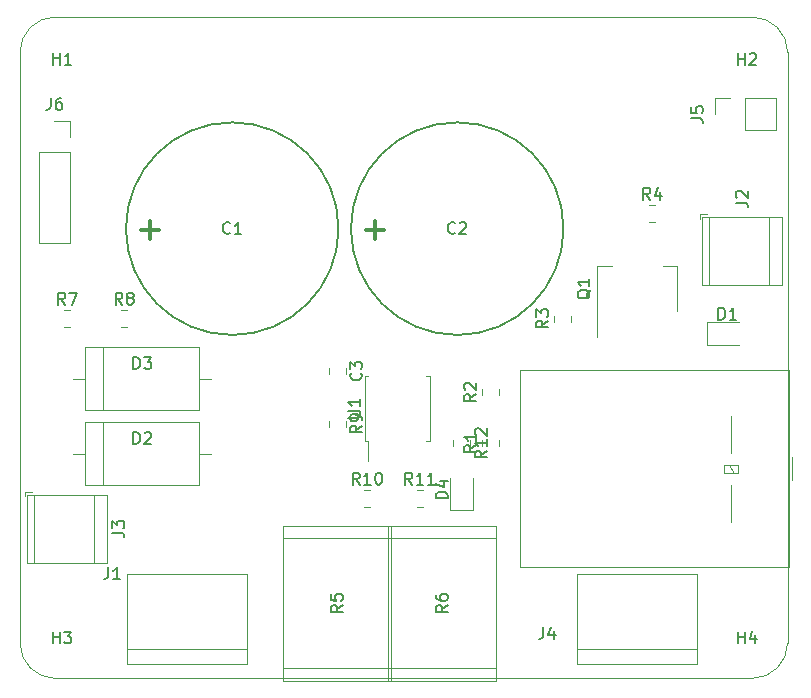
<source format=gbr>
%TF.GenerationSoftware,KiCad,Pcbnew,5.1.4-e60b266~84~ubuntu18.04.1*%
%TF.CreationDate,2019-11-04T19:33:46+01:00*%
%TF.ProjectId,FHSHat,46485348-6174-42e6-9b69-6361645f7063,rev?*%
%TF.SameCoordinates,Original*%
%TF.FileFunction,Legend,Top*%
%TF.FilePolarity,Positive*%
%FSLAX46Y46*%
G04 Gerber Fmt 4.6, Leading zero omitted, Abs format (unit mm)*
G04 Created by KiCad (PCBNEW 5.1.4-e60b266~84~ubuntu18.04.1) date 2019-11-04 19:33:46*
%MOMM*%
%LPD*%
G04 APERTURE LIST*
%ADD10C,0.100000*%
%ADD11C,0.120000*%
%ADD12C,0.150000*%
%ADD13C,0.300000*%
G04 APERTURE END LIST*
D10*
X78546356Y-63817611D02*
X78546356Y-113817611D01*
X78546356Y-63817611D02*
G75*
G02X81546356Y-60817611I3000000J0D01*
G01*
X140546356Y-60817611D02*
X81546356Y-60817611D01*
X140546356Y-60817611D02*
G75*
G02X143546356Y-63817611I0J-3000000D01*
G01*
X143546356Y-113817611D02*
X143546356Y-63817611D01*
X81546356Y-116817611D02*
G75*
G02X78546356Y-113817611I0J3000000D01*
G01*
X81546356Y-116817611D02*
X140546356Y-116817611D01*
X143546351Y-113822847D02*
G75*
G02X140546356Y-116817611I-2999995J5236D01*
G01*
D11*
X87123748Y-87070000D02*
X87646252Y-87070000D01*
X87123748Y-85650000D02*
X87646252Y-85650000D01*
X82288748Y-87070000D02*
X82811252Y-87070000D01*
X82288748Y-85650000D02*
X82811252Y-85650000D01*
X125170000Y-86621252D02*
X125170000Y-86098748D01*
X123750000Y-86621252D02*
X123750000Y-86098748D01*
X119074000Y-92844252D02*
X119074000Y-92321748D01*
X117654000Y-92844252D02*
X117654000Y-92321748D01*
X119074000Y-97162252D02*
X119074000Y-96639748D01*
X117654000Y-97162252D02*
X117654000Y-96639748D01*
X127400000Y-87920000D02*
X127400000Y-81910000D01*
X134220000Y-85670000D02*
X134220000Y-81910000D01*
X127400000Y-81910000D02*
X128660000Y-81910000D01*
X134220000Y-81910000D02*
X132960000Y-81910000D01*
X138770000Y-100410000D02*
X138770000Y-103560000D01*
X138770000Y-94560000D02*
X138770000Y-97710000D01*
X143880000Y-98060000D02*
X143880000Y-100060000D01*
X138170000Y-98710000D02*
X138170000Y-99410000D01*
X139370000Y-98710000D02*
X138170000Y-98710000D01*
X139370000Y-99410000D02*
X139370000Y-98710000D01*
X138170000Y-99410000D02*
X139370000Y-99410000D01*
X138570000Y-98710000D02*
X138970000Y-99410000D01*
X120920000Y-90710000D02*
X120920000Y-107410000D01*
X143620000Y-90710000D02*
X120920000Y-90710000D01*
X143620000Y-107410000D02*
X143620000Y-90710000D01*
X120920000Y-107410000D02*
X143620000Y-107410000D01*
X136745000Y-88590000D02*
X139430000Y-88590000D01*
X136745000Y-86670000D02*
X136745000Y-88590000D01*
X139430000Y-86670000D02*
X136745000Y-86670000D01*
D12*
X124570000Y-78740000D02*
G75*
G03X124570000Y-78740000I-9000000J0D01*
G01*
X105520000Y-78740000D02*
G75*
G03X105520000Y-78740000I-9000000J0D01*
G01*
D11*
X104700000Y-90546422D02*
X104700000Y-91063578D01*
X106120000Y-90546422D02*
X106120000Y-91063578D01*
X116911000Y-102523000D02*
X116911000Y-99838000D01*
X114991000Y-102523000D02*
X116911000Y-102523000D01*
X114991000Y-99838000D02*
X114991000Y-102523000D01*
X136090000Y-77515000D02*
X136090000Y-77915000D01*
X136730000Y-77515000D02*
X136090000Y-77515000D01*
X143070000Y-83535000D02*
X136330000Y-83535000D01*
X143070000Y-77755000D02*
X136330000Y-77755000D01*
X136330000Y-77755000D02*
X136330000Y-83535000D01*
X143070000Y-77755000D02*
X143070000Y-83535000D01*
X141950000Y-77755000D02*
X141950000Y-83535000D01*
X136850000Y-77755000D02*
X136850000Y-83535000D01*
X78940000Y-101010000D02*
X78940000Y-101410000D01*
X79580000Y-101010000D02*
X78940000Y-101010000D01*
X85920000Y-107030000D02*
X79180000Y-107030000D01*
X85920000Y-101250000D02*
X79180000Y-101250000D01*
X79180000Y-101250000D02*
X79180000Y-107030000D01*
X85920000Y-101250000D02*
X85920000Y-107030000D01*
X84800000Y-101250000D02*
X84800000Y-107030000D01*
X79700000Y-101250000D02*
X79700000Y-107030000D01*
X131818748Y-78180000D02*
X132341252Y-78180000D01*
X131818748Y-76760000D02*
X132341252Y-76760000D01*
X104700000Y-94988748D02*
X104700000Y-95511252D01*
X106120000Y-94988748D02*
X106120000Y-95511252D01*
X107688748Y-102310000D02*
X108211252Y-102310000D01*
X107688748Y-100890000D02*
X108211252Y-100890000D01*
X112133748Y-102310000D02*
X112656252Y-102310000D01*
X112133748Y-100890000D02*
X112656252Y-100890000D01*
X115241000Y-96639748D02*
X115241000Y-97162252D01*
X116661000Y-96639748D02*
X116661000Y-97162252D01*
X108025000Y-96727500D02*
X108025000Y-98380000D01*
X107742500Y-96727500D02*
X108025000Y-96727500D01*
X107742500Y-93980000D02*
X107742500Y-96727500D01*
X107742500Y-91232500D02*
X108025000Y-91232500D01*
X107742500Y-93980000D02*
X107742500Y-91232500D01*
X113237500Y-96727500D02*
X112955000Y-96727500D01*
X113237500Y-93980000D02*
X113237500Y-96727500D01*
X113237500Y-91232500D02*
X112955000Y-91232500D01*
X113237500Y-93980000D02*
X113237500Y-91232500D01*
X85575000Y-95130000D02*
X85575000Y-100450000D01*
X94740000Y-97790000D02*
X93710000Y-97790000D01*
X83060000Y-97790000D02*
X84090000Y-97790000D01*
X93710000Y-95130000D02*
X84090000Y-95130000D01*
X93710000Y-100450000D02*
X93710000Y-95130000D01*
X84090000Y-100450000D02*
X93710000Y-100450000D01*
X84090000Y-95130000D02*
X84090000Y-100450000D01*
X84090000Y-88780000D02*
X84090000Y-94100000D01*
X84090000Y-94100000D02*
X93710000Y-94100000D01*
X93710000Y-94100000D02*
X93710000Y-88780000D01*
X93710000Y-88780000D02*
X84090000Y-88780000D01*
X83060000Y-91440000D02*
X84090000Y-91440000D01*
X94740000Y-91440000D02*
X93710000Y-91440000D01*
X85575000Y-88780000D02*
X85575000Y-94100000D01*
X87630000Y-115570000D02*
X97790000Y-115570000D01*
X87630000Y-107950000D02*
X87630000Y-115570000D01*
X97790000Y-107950000D02*
X87630000Y-107950000D01*
X97790000Y-115570000D02*
X97790000Y-107950000D01*
X97790000Y-114300000D02*
X87630000Y-114300000D01*
X135890000Y-114300000D02*
X125730000Y-114300000D01*
X135890000Y-115570000D02*
X135890000Y-107950000D01*
X135890000Y-107950000D02*
X125730000Y-107950000D01*
X125730000Y-107950000D02*
X125730000Y-115570000D01*
X125730000Y-115570000D02*
X135890000Y-115570000D01*
X109970000Y-115950000D02*
X100850000Y-115950000D01*
X109970000Y-104950000D02*
X100850000Y-104950000D01*
X109970000Y-117010000D02*
X100850000Y-117010000D01*
X109970000Y-103890000D02*
X100850000Y-103890000D01*
X100850000Y-103890000D02*
X100850000Y-117010000D01*
X109970000Y-103890000D02*
X109970000Y-117010000D01*
X118860000Y-103890000D02*
X118860000Y-117010000D01*
X109740000Y-103890000D02*
X109740000Y-117010000D01*
X118860000Y-103890000D02*
X109740000Y-103890000D01*
X118860000Y-117010000D02*
X109740000Y-117010000D01*
X118860000Y-104950000D02*
X109740000Y-104950000D01*
X118860000Y-115950000D02*
X109740000Y-115950000D01*
X139970000Y-70380000D02*
X139970000Y-67720000D01*
X139970000Y-70380000D02*
X142570000Y-70380000D01*
X142570000Y-70380000D02*
X142570000Y-67720000D01*
X139970000Y-67720000D02*
X142570000Y-67720000D01*
X137370000Y-67720000D02*
X138700000Y-67720000D01*
X137370000Y-69050000D02*
X137370000Y-67720000D01*
X80140500Y-72263000D02*
X82800500Y-72263000D01*
X80140500Y-72263000D02*
X80140500Y-79943000D01*
X80140500Y-79943000D02*
X82800500Y-79943000D01*
X82800500Y-72263000D02*
X82800500Y-79943000D01*
X82800500Y-69663000D02*
X82800500Y-70993000D01*
X81470500Y-69663000D02*
X82800500Y-69663000D01*
D12*
X87218333Y-85162380D02*
X86885000Y-84686190D01*
X86646904Y-85162380D02*
X86646904Y-84162380D01*
X87027857Y-84162380D01*
X87123095Y-84210000D01*
X87170714Y-84257619D01*
X87218333Y-84352857D01*
X87218333Y-84495714D01*
X87170714Y-84590952D01*
X87123095Y-84638571D01*
X87027857Y-84686190D01*
X86646904Y-84686190D01*
X87789761Y-84590952D02*
X87694523Y-84543333D01*
X87646904Y-84495714D01*
X87599285Y-84400476D01*
X87599285Y-84352857D01*
X87646904Y-84257619D01*
X87694523Y-84210000D01*
X87789761Y-84162380D01*
X87980238Y-84162380D01*
X88075476Y-84210000D01*
X88123095Y-84257619D01*
X88170714Y-84352857D01*
X88170714Y-84400476D01*
X88123095Y-84495714D01*
X88075476Y-84543333D01*
X87980238Y-84590952D01*
X87789761Y-84590952D01*
X87694523Y-84638571D01*
X87646904Y-84686190D01*
X87599285Y-84781428D01*
X87599285Y-84971904D01*
X87646904Y-85067142D01*
X87694523Y-85114761D01*
X87789761Y-85162380D01*
X87980238Y-85162380D01*
X88075476Y-85114761D01*
X88123095Y-85067142D01*
X88170714Y-84971904D01*
X88170714Y-84781428D01*
X88123095Y-84686190D01*
X88075476Y-84638571D01*
X87980238Y-84590952D01*
X82383333Y-85162380D02*
X82050000Y-84686190D01*
X81811904Y-85162380D02*
X81811904Y-84162380D01*
X82192857Y-84162380D01*
X82288095Y-84210000D01*
X82335714Y-84257619D01*
X82383333Y-84352857D01*
X82383333Y-84495714D01*
X82335714Y-84590952D01*
X82288095Y-84638571D01*
X82192857Y-84686190D01*
X81811904Y-84686190D01*
X82716666Y-84162380D02*
X83383333Y-84162380D01*
X82954761Y-85162380D01*
X123262380Y-86526666D02*
X122786190Y-86860000D01*
X123262380Y-87098095D02*
X122262380Y-87098095D01*
X122262380Y-86717142D01*
X122310000Y-86621904D01*
X122357619Y-86574285D01*
X122452857Y-86526666D01*
X122595714Y-86526666D01*
X122690952Y-86574285D01*
X122738571Y-86621904D01*
X122786190Y-86717142D01*
X122786190Y-87098095D01*
X122262380Y-86193333D02*
X122262380Y-85574285D01*
X122643333Y-85907619D01*
X122643333Y-85764761D01*
X122690952Y-85669523D01*
X122738571Y-85621904D01*
X122833809Y-85574285D01*
X123071904Y-85574285D01*
X123167142Y-85621904D01*
X123214761Y-85669523D01*
X123262380Y-85764761D01*
X123262380Y-86050476D01*
X123214761Y-86145714D01*
X123167142Y-86193333D01*
X117166380Y-92749666D02*
X116690190Y-93083000D01*
X117166380Y-93321095D02*
X116166380Y-93321095D01*
X116166380Y-92940142D01*
X116214000Y-92844904D01*
X116261619Y-92797285D01*
X116356857Y-92749666D01*
X116499714Y-92749666D01*
X116594952Y-92797285D01*
X116642571Y-92844904D01*
X116690190Y-92940142D01*
X116690190Y-93321095D01*
X116261619Y-92368714D02*
X116214000Y-92321095D01*
X116166380Y-92225857D01*
X116166380Y-91987761D01*
X116214000Y-91892523D01*
X116261619Y-91844904D01*
X116356857Y-91797285D01*
X116452095Y-91797285D01*
X116594952Y-91844904D01*
X117166380Y-92416333D01*
X117166380Y-91797285D01*
X117166380Y-97067666D02*
X116690190Y-97401000D01*
X117166380Y-97639095D02*
X116166380Y-97639095D01*
X116166380Y-97258142D01*
X116214000Y-97162904D01*
X116261619Y-97115285D01*
X116356857Y-97067666D01*
X116499714Y-97067666D01*
X116594952Y-97115285D01*
X116642571Y-97162904D01*
X116690190Y-97258142D01*
X116690190Y-97639095D01*
X117166380Y-96115285D02*
X117166380Y-96686714D01*
X117166380Y-96401000D02*
X116166380Y-96401000D01*
X116309238Y-96496238D01*
X116404476Y-96591476D01*
X116452095Y-96686714D01*
X126857619Y-83915238D02*
X126810000Y-84010476D01*
X126714761Y-84105714D01*
X126571904Y-84248571D01*
X126524285Y-84343809D01*
X126524285Y-84439047D01*
X126762380Y-84391428D02*
X126714761Y-84486666D01*
X126619523Y-84581904D01*
X126429047Y-84629523D01*
X126095714Y-84629523D01*
X125905238Y-84581904D01*
X125810000Y-84486666D01*
X125762380Y-84391428D01*
X125762380Y-84200952D01*
X125810000Y-84105714D01*
X125905238Y-84010476D01*
X126095714Y-83962857D01*
X126429047Y-83962857D01*
X126619523Y-84010476D01*
X126714761Y-84105714D01*
X126762380Y-84200952D01*
X126762380Y-84391428D01*
X126762380Y-83010476D02*
X126762380Y-83581904D01*
X126762380Y-83296190D02*
X125762380Y-83296190D01*
X125905238Y-83391428D01*
X126000476Y-83486666D01*
X126048095Y-83581904D01*
X137691904Y-86432380D02*
X137691904Y-85432380D01*
X137930000Y-85432380D01*
X138072857Y-85480000D01*
X138168095Y-85575238D01*
X138215714Y-85670476D01*
X138263333Y-85860952D01*
X138263333Y-86003809D01*
X138215714Y-86194285D01*
X138168095Y-86289523D01*
X138072857Y-86384761D01*
X137930000Y-86432380D01*
X137691904Y-86432380D01*
X139215714Y-86432380D02*
X138644285Y-86432380D01*
X138930000Y-86432380D02*
X138930000Y-85432380D01*
X138834761Y-85575238D01*
X138739523Y-85670476D01*
X138644285Y-85718095D01*
X115403333Y-79097142D02*
X115355714Y-79144761D01*
X115212857Y-79192380D01*
X115117619Y-79192380D01*
X114974761Y-79144761D01*
X114879523Y-79049523D01*
X114831904Y-78954285D01*
X114784285Y-78763809D01*
X114784285Y-78620952D01*
X114831904Y-78430476D01*
X114879523Y-78335238D01*
X114974761Y-78240000D01*
X115117619Y-78192380D01*
X115212857Y-78192380D01*
X115355714Y-78240000D01*
X115403333Y-78287619D01*
X115784285Y-78287619D02*
X115831904Y-78240000D01*
X115927142Y-78192380D01*
X116165238Y-78192380D01*
X116260476Y-78240000D01*
X116308095Y-78287619D01*
X116355714Y-78382857D01*
X116355714Y-78478095D01*
X116308095Y-78620952D01*
X115736666Y-79192380D01*
X116355714Y-79192380D01*
D13*
X107808095Y-78882857D02*
X109331904Y-78882857D01*
X108570000Y-79644761D02*
X108570000Y-78120952D01*
D12*
X96353333Y-79097142D02*
X96305714Y-79144761D01*
X96162857Y-79192380D01*
X96067619Y-79192380D01*
X95924761Y-79144761D01*
X95829523Y-79049523D01*
X95781904Y-78954285D01*
X95734285Y-78763809D01*
X95734285Y-78620952D01*
X95781904Y-78430476D01*
X95829523Y-78335238D01*
X95924761Y-78240000D01*
X96067619Y-78192380D01*
X96162857Y-78192380D01*
X96305714Y-78240000D01*
X96353333Y-78287619D01*
X97305714Y-79192380D02*
X96734285Y-79192380D01*
X97020000Y-79192380D02*
X97020000Y-78192380D01*
X96924761Y-78335238D01*
X96829523Y-78430476D01*
X96734285Y-78478095D01*
D13*
X88758095Y-78882857D02*
X90281904Y-78882857D01*
X89520000Y-79644761D02*
X89520000Y-78120952D01*
D12*
X81338095Y-64852380D02*
X81338095Y-63852380D01*
X81338095Y-64328571D02*
X81909523Y-64328571D01*
X81909523Y-64852380D02*
X81909523Y-63852380D01*
X82909523Y-64852380D02*
X82338095Y-64852380D01*
X82623809Y-64852380D02*
X82623809Y-63852380D01*
X82528571Y-63995238D01*
X82433333Y-64090476D01*
X82338095Y-64138095D01*
X139338095Y-64872380D02*
X139338095Y-63872380D01*
X139338095Y-64348571D02*
X139909523Y-64348571D01*
X139909523Y-64872380D02*
X139909523Y-63872380D01*
X140338095Y-63967619D02*
X140385714Y-63920000D01*
X140480952Y-63872380D01*
X140719047Y-63872380D01*
X140814285Y-63920000D01*
X140861904Y-63967619D01*
X140909523Y-64062857D01*
X140909523Y-64158095D01*
X140861904Y-64300952D01*
X140290476Y-64872380D01*
X140909523Y-64872380D01*
X81338095Y-113862380D02*
X81338095Y-112862380D01*
X81338095Y-113338571D02*
X81909523Y-113338571D01*
X81909523Y-113862380D02*
X81909523Y-112862380D01*
X82290476Y-112862380D02*
X82909523Y-112862380D01*
X82576190Y-113243333D01*
X82719047Y-113243333D01*
X82814285Y-113290952D01*
X82861904Y-113338571D01*
X82909523Y-113433809D01*
X82909523Y-113671904D01*
X82861904Y-113767142D01*
X82814285Y-113814761D01*
X82719047Y-113862380D01*
X82433333Y-113862380D01*
X82338095Y-113814761D01*
X82290476Y-113767142D01*
X139328095Y-113852380D02*
X139328095Y-112852380D01*
X139328095Y-113328571D02*
X139899523Y-113328571D01*
X139899523Y-113852380D02*
X139899523Y-112852380D01*
X140804285Y-113185714D02*
X140804285Y-113852380D01*
X140566190Y-112804761D02*
X140328095Y-113519047D01*
X140947142Y-113519047D01*
X107417142Y-90971666D02*
X107464761Y-91019285D01*
X107512380Y-91162142D01*
X107512380Y-91257380D01*
X107464761Y-91400238D01*
X107369523Y-91495476D01*
X107274285Y-91543095D01*
X107083809Y-91590714D01*
X106940952Y-91590714D01*
X106750476Y-91543095D01*
X106655238Y-91495476D01*
X106560000Y-91400238D01*
X106512380Y-91257380D01*
X106512380Y-91162142D01*
X106560000Y-91019285D01*
X106607619Y-90971666D01*
X106512380Y-90638333D02*
X106512380Y-90019285D01*
X106893333Y-90352619D01*
X106893333Y-90209761D01*
X106940952Y-90114523D01*
X106988571Y-90066904D01*
X107083809Y-90019285D01*
X107321904Y-90019285D01*
X107417142Y-90066904D01*
X107464761Y-90114523D01*
X107512380Y-90209761D01*
X107512380Y-90495476D01*
X107464761Y-90590714D01*
X107417142Y-90638333D01*
X114753380Y-101576095D02*
X113753380Y-101576095D01*
X113753380Y-101338000D01*
X113801000Y-101195142D01*
X113896238Y-101099904D01*
X113991476Y-101052285D01*
X114181952Y-101004666D01*
X114324809Y-101004666D01*
X114515285Y-101052285D01*
X114610523Y-101099904D01*
X114705761Y-101195142D01*
X114753380Y-101338000D01*
X114753380Y-101576095D01*
X114086714Y-100147523D02*
X114753380Y-100147523D01*
X113705761Y-100385619D02*
X114420047Y-100623714D01*
X114420047Y-100004666D01*
X139152380Y-76533333D02*
X139866666Y-76533333D01*
X140009523Y-76580952D01*
X140104761Y-76676190D01*
X140152380Y-76819047D01*
X140152380Y-76914285D01*
X139247619Y-76104761D02*
X139200000Y-76057142D01*
X139152380Y-75961904D01*
X139152380Y-75723809D01*
X139200000Y-75628571D01*
X139247619Y-75580952D01*
X139342857Y-75533333D01*
X139438095Y-75533333D01*
X139580952Y-75580952D01*
X140152380Y-76152380D01*
X140152380Y-75533333D01*
X86372380Y-104473333D02*
X87086666Y-104473333D01*
X87229523Y-104520952D01*
X87324761Y-104616190D01*
X87372380Y-104759047D01*
X87372380Y-104854285D01*
X86372380Y-104092380D02*
X86372380Y-103473333D01*
X86753333Y-103806666D01*
X86753333Y-103663809D01*
X86800952Y-103568571D01*
X86848571Y-103520952D01*
X86943809Y-103473333D01*
X87181904Y-103473333D01*
X87277142Y-103520952D01*
X87324761Y-103568571D01*
X87372380Y-103663809D01*
X87372380Y-103949523D01*
X87324761Y-104044761D01*
X87277142Y-104092380D01*
X131913333Y-76272380D02*
X131580000Y-75796190D01*
X131341904Y-76272380D02*
X131341904Y-75272380D01*
X131722857Y-75272380D01*
X131818095Y-75320000D01*
X131865714Y-75367619D01*
X131913333Y-75462857D01*
X131913333Y-75605714D01*
X131865714Y-75700952D01*
X131818095Y-75748571D01*
X131722857Y-75796190D01*
X131341904Y-75796190D01*
X132770476Y-75605714D02*
X132770476Y-76272380D01*
X132532380Y-75224761D02*
X132294285Y-75939047D01*
X132913333Y-75939047D01*
X107512380Y-95416666D02*
X107036190Y-95750000D01*
X107512380Y-95988095D02*
X106512380Y-95988095D01*
X106512380Y-95607142D01*
X106560000Y-95511904D01*
X106607619Y-95464285D01*
X106702857Y-95416666D01*
X106845714Y-95416666D01*
X106940952Y-95464285D01*
X106988571Y-95511904D01*
X107036190Y-95607142D01*
X107036190Y-95988095D01*
X107512380Y-94940476D02*
X107512380Y-94750000D01*
X107464761Y-94654761D01*
X107417142Y-94607142D01*
X107274285Y-94511904D01*
X107083809Y-94464285D01*
X106702857Y-94464285D01*
X106607619Y-94511904D01*
X106560000Y-94559523D01*
X106512380Y-94654761D01*
X106512380Y-94845238D01*
X106560000Y-94940476D01*
X106607619Y-94988095D01*
X106702857Y-95035714D01*
X106940952Y-95035714D01*
X107036190Y-94988095D01*
X107083809Y-94940476D01*
X107131428Y-94845238D01*
X107131428Y-94654761D01*
X107083809Y-94559523D01*
X107036190Y-94511904D01*
X106940952Y-94464285D01*
X107307142Y-100402380D02*
X106973809Y-99926190D01*
X106735714Y-100402380D02*
X106735714Y-99402380D01*
X107116666Y-99402380D01*
X107211904Y-99450000D01*
X107259523Y-99497619D01*
X107307142Y-99592857D01*
X107307142Y-99735714D01*
X107259523Y-99830952D01*
X107211904Y-99878571D01*
X107116666Y-99926190D01*
X106735714Y-99926190D01*
X108259523Y-100402380D02*
X107688095Y-100402380D01*
X107973809Y-100402380D02*
X107973809Y-99402380D01*
X107878571Y-99545238D01*
X107783333Y-99640476D01*
X107688095Y-99688095D01*
X108878571Y-99402380D02*
X108973809Y-99402380D01*
X109069047Y-99450000D01*
X109116666Y-99497619D01*
X109164285Y-99592857D01*
X109211904Y-99783333D01*
X109211904Y-100021428D01*
X109164285Y-100211904D01*
X109116666Y-100307142D01*
X109069047Y-100354761D01*
X108973809Y-100402380D01*
X108878571Y-100402380D01*
X108783333Y-100354761D01*
X108735714Y-100307142D01*
X108688095Y-100211904D01*
X108640476Y-100021428D01*
X108640476Y-99783333D01*
X108688095Y-99592857D01*
X108735714Y-99497619D01*
X108783333Y-99450000D01*
X108878571Y-99402380D01*
X111752142Y-100402380D02*
X111418809Y-99926190D01*
X111180714Y-100402380D02*
X111180714Y-99402380D01*
X111561666Y-99402380D01*
X111656904Y-99450000D01*
X111704523Y-99497619D01*
X111752142Y-99592857D01*
X111752142Y-99735714D01*
X111704523Y-99830952D01*
X111656904Y-99878571D01*
X111561666Y-99926190D01*
X111180714Y-99926190D01*
X112704523Y-100402380D02*
X112133095Y-100402380D01*
X112418809Y-100402380D02*
X112418809Y-99402380D01*
X112323571Y-99545238D01*
X112228333Y-99640476D01*
X112133095Y-99688095D01*
X113656904Y-100402380D02*
X113085476Y-100402380D01*
X113371190Y-100402380D02*
X113371190Y-99402380D01*
X113275952Y-99545238D01*
X113180714Y-99640476D01*
X113085476Y-99688095D01*
X118053380Y-97543857D02*
X117577190Y-97877190D01*
X118053380Y-98115285D02*
X117053380Y-98115285D01*
X117053380Y-97734333D01*
X117101000Y-97639095D01*
X117148619Y-97591476D01*
X117243857Y-97543857D01*
X117386714Y-97543857D01*
X117481952Y-97591476D01*
X117529571Y-97639095D01*
X117577190Y-97734333D01*
X117577190Y-98115285D01*
X118053380Y-96591476D02*
X118053380Y-97162904D01*
X118053380Y-96877190D02*
X117053380Y-96877190D01*
X117196238Y-96972428D01*
X117291476Y-97067666D01*
X117339095Y-97162904D01*
X117148619Y-96210523D02*
X117101000Y-96162904D01*
X117053380Y-96067666D01*
X117053380Y-95829571D01*
X117101000Y-95734333D01*
X117148619Y-95686714D01*
X117243857Y-95639095D01*
X117339095Y-95639095D01*
X117481952Y-95686714D01*
X118053380Y-96258142D01*
X118053380Y-95639095D01*
X106352380Y-94741904D02*
X107161904Y-94741904D01*
X107257142Y-94694285D01*
X107304761Y-94646666D01*
X107352380Y-94551428D01*
X107352380Y-94360952D01*
X107304761Y-94265714D01*
X107257142Y-94218095D01*
X107161904Y-94170476D01*
X106352380Y-94170476D01*
X107352380Y-93170476D02*
X107352380Y-93741904D01*
X107352380Y-93456190D02*
X106352380Y-93456190D01*
X106495238Y-93551428D01*
X106590476Y-93646666D01*
X106638095Y-93741904D01*
X88161904Y-96972380D02*
X88161904Y-95972380D01*
X88400000Y-95972380D01*
X88542857Y-96020000D01*
X88638095Y-96115238D01*
X88685714Y-96210476D01*
X88733333Y-96400952D01*
X88733333Y-96543809D01*
X88685714Y-96734285D01*
X88638095Y-96829523D01*
X88542857Y-96924761D01*
X88400000Y-96972380D01*
X88161904Y-96972380D01*
X89114285Y-96067619D02*
X89161904Y-96020000D01*
X89257142Y-95972380D01*
X89495238Y-95972380D01*
X89590476Y-96020000D01*
X89638095Y-96067619D01*
X89685714Y-96162857D01*
X89685714Y-96258095D01*
X89638095Y-96400952D01*
X89066666Y-96972380D01*
X89685714Y-96972380D01*
X88161904Y-90622380D02*
X88161904Y-89622380D01*
X88400000Y-89622380D01*
X88542857Y-89670000D01*
X88638095Y-89765238D01*
X88685714Y-89860476D01*
X88733333Y-90050952D01*
X88733333Y-90193809D01*
X88685714Y-90384285D01*
X88638095Y-90479523D01*
X88542857Y-90574761D01*
X88400000Y-90622380D01*
X88161904Y-90622380D01*
X89066666Y-89622380D02*
X89685714Y-89622380D01*
X89352380Y-90003333D01*
X89495238Y-90003333D01*
X89590476Y-90050952D01*
X89638095Y-90098571D01*
X89685714Y-90193809D01*
X89685714Y-90431904D01*
X89638095Y-90527142D01*
X89590476Y-90574761D01*
X89495238Y-90622380D01*
X89209523Y-90622380D01*
X89114285Y-90574761D01*
X89066666Y-90527142D01*
X86026666Y-107402380D02*
X86026666Y-108116666D01*
X85979047Y-108259523D01*
X85883809Y-108354761D01*
X85740952Y-108402380D01*
X85645714Y-108402380D01*
X87026666Y-108402380D02*
X86455238Y-108402380D01*
X86740952Y-108402380D02*
X86740952Y-107402380D01*
X86645714Y-107545238D01*
X86550476Y-107640476D01*
X86455238Y-107688095D01*
X122856666Y-112482380D02*
X122856666Y-113196666D01*
X122809047Y-113339523D01*
X122713809Y-113434761D01*
X122570952Y-113482380D01*
X122475714Y-113482380D01*
X123761428Y-112815714D02*
X123761428Y-113482380D01*
X123523333Y-112434761D02*
X123285238Y-113149047D01*
X123904285Y-113149047D01*
X105862380Y-110616666D02*
X105386190Y-110950000D01*
X105862380Y-111188095D02*
X104862380Y-111188095D01*
X104862380Y-110807142D01*
X104910000Y-110711904D01*
X104957619Y-110664285D01*
X105052857Y-110616666D01*
X105195714Y-110616666D01*
X105290952Y-110664285D01*
X105338571Y-110711904D01*
X105386190Y-110807142D01*
X105386190Y-111188095D01*
X104862380Y-109711904D02*
X104862380Y-110188095D01*
X105338571Y-110235714D01*
X105290952Y-110188095D01*
X105243333Y-110092857D01*
X105243333Y-109854761D01*
X105290952Y-109759523D01*
X105338571Y-109711904D01*
X105433809Y-109664285D01*
X105671904Y-109664285D01*
X105767142Y-109711904D01*
X105814761Y-109759523D01*
X105862380Y-109854761D01*
X105862380Y-110092857D01*
X105814761Y-110188095D01*
X105767142Y-110235714D01*
X114752380Y-110616666D02*
X114276190Y-110950000D01*
X114752380Y-111188095D02*
X113752380Y-111188095D01*
X113752380Y-110807142D01*
X113800000Y-110711904D01*
X113847619Y-110664285D01*
X113942857Y-110616666D01*
X114085714Y-110616666D01*
X114180952Y-110664285D01*
X114228571Y-110711904D01*
X114276190Y-110807142D01*
X114276190Y-111188095D01*
X113752380Y-109759523D02*
X113752380Y-109950000D01*
X113800000Y-110045238D01*
X113847619Y-110092857D01*
X113990476Y-110188095D01*
X114180952Y-110235714D01*
X114561904Y-110235714D01*
X114657142Y-110188095D01*
X114704761Y-110140476D01*
X114752380Y-110045238D01*
X114752380Y-109854761D01*
X114704761Y-109759523D01*
X114657142Y-109711904D01*
X114561904Y-109664285D01*
X114323809Y-109664285D01*
X114228571Y-109711904D01*
X114180952Y-109759523D01*
X114133333Y-109854761D01*
X114133333Y-110045238D01*
X114180952Y-110140476D01*
X114228571Y-110188095D01*
X114323809Y-110235714D01*
X135382380Y-69383333D02*
X136096666Y-69383333D01*
X136239523Y-69430952D01*
X136334761Y-69526190D01*
X136382380Y-69669047D01*
X136382380Y-69764285D01*
X135382380Y-68430952D02*
X135382380Y-68907142D01*
X135858571Y-68954761D01*
X135810952Y-68907142D01*
X135763333Y-68811904D01*
X135763333Y-68573809D01*
X135810952Y-68478571D01*
X135858571Y-68430952D01*
X135953809Y-68383333D01*
X136191904Y-68383333D01*
X136287142Y-68430952D01*
X136334761Y-68478571D01*
X136382380Y-68573809D01*
X136382380Y-68811904D01*
X136334761Y-68907142D01*
X136287142Y-68954761D01*
X81137166Y-67675380D02*
X81137166Y-68389666D01*
X81089547Y-68532523D01*
X80994309Y-68627761D01*
X80851452Y-68675380D01*
X80756214Y-68675380D01*
X82041928Y-67675380D02*
X81851452Y-67675380D01*
X81756214Y-67723000D01*
X81708595Y-67770619D01*
X81613357Y-67913476D01*
X81565738Y-68103952D01*
X81565738Y-68484904D01*
X81613357Y-68580142D01*
X81660976Y-68627761D01*
X81756214Y-68675380D01*
X81946690Y-68675380D01*
X82041928Y-68627761D01*
X82089547Y-68580142D01*
X82137166Y-68484904D01*
X82137166Y-68246809D01*
X82089547Y-68151571D01*
X82041928Y-68103952D01*
X81946690Y-68056333D01*
X81756214Y-68056333D01*
X81660976Y-68103952D01*
X81613357Y-68151571D01*
X81565738Y-68246809D01*
M02*

</source>
